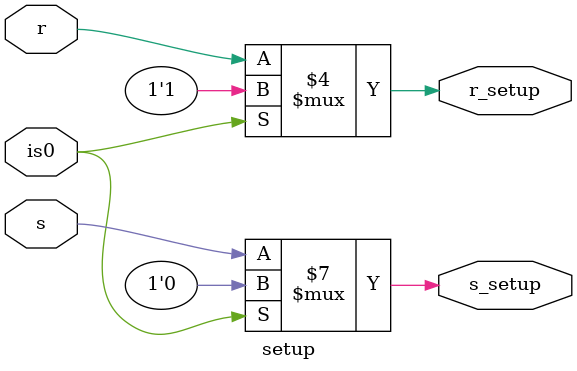
<source format=v>
`timescale 1ns / 1ps


module setup(input s, r, is0, output reg s_setup, r_setup);
always @(*) begin
if (is0 == 1)
    begin
        s_setup <= 0;
        r_setup <= 1;
    end
else
    begin
        s_setup <= s;
        r_setup <= r;
    end
end
endmodule

</source>
